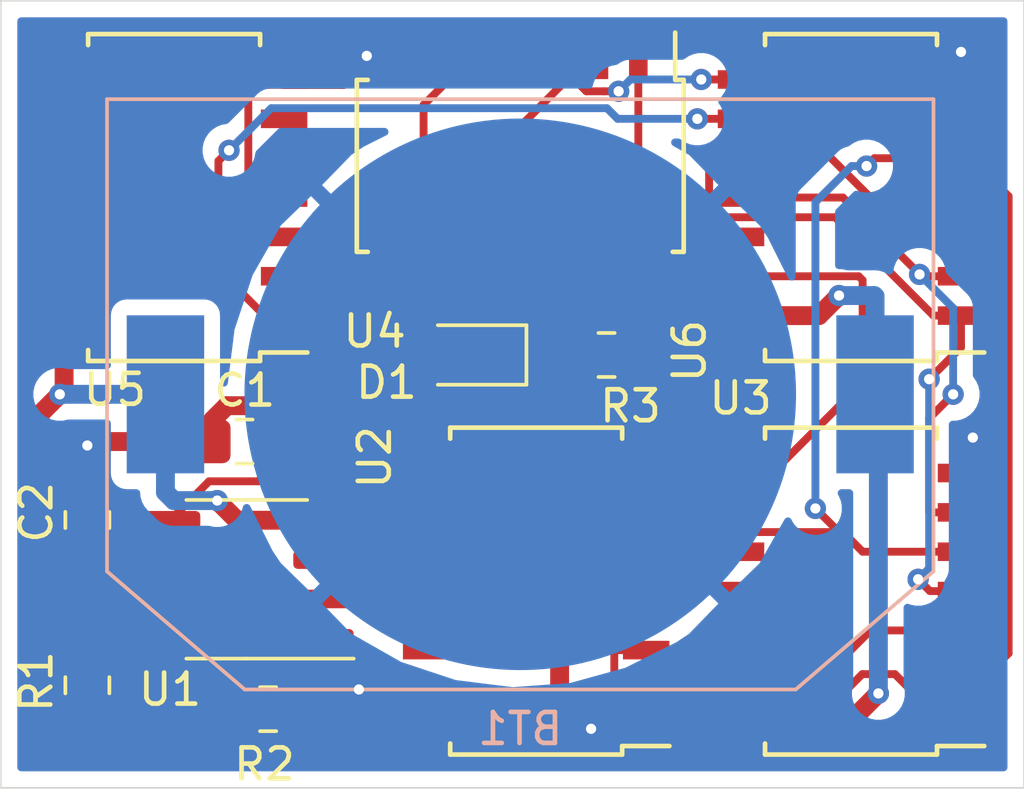
<source format=kicad_pcb>
(kicad_pcb (version 20171130) (host pcbnew 5.1.5)

  (general
    (thickness 1.6)
    (drawings 5)
    (tracks 262)
    (zones 0)
    (modules 13)
    (nets 23)
  )

  (page A4)
  (layers
    (0 F.Cu signal)
    (31 B.Cu signal)
    (32 B.Adhes user)
    (33 F.Adhes user)
    (34 B.Paste user)
    (35 F.Paste user)
    (36 B.SilkS user)
    (37 F.SilkS user)
    (38 B.Mask user)
    (39 F.Mask user)
    (40 Dwgs.User user)
    (41 Cmts.User user)
    (42 Eco1.User user)
    (43 Eco2.User user)
    (44 Edge.Cuts user)
    (45 Margin user)
    (46 B.CrtYd user)
    (47 F.CrtYd user)
    (48 B.Fab user hide)
    (49 F.Fab user hide)
  )

  (setup
    (last_trace_width 0.254)
    (user_trace_width 0.6096)
    (trace_clearance 0.1524)
    (zone_clearance 0.508)
    (zone_45_only no)
    (trace_min 0.254)
    (via_size 0.6858)
    (via_drill 0.3302)
    (via_min_size 0.6858)
    (via_min_drill 0.3302)
    (uvia_size 0.3)
    (uvia_drill 0.1)
    (uvias_allowed no)
    (uvia_min_size 0.2)
    (uvia_min_drill 0.1)
    (edge_width 0.05)
    (segment_width 0.2)
    (pcb_text_width 0.3)
    (pcb_text_size 1.5 1.5)
    (mod_edge_width 0.12)
    (mod_text_size 1 1)
    (mod_text_width 0.15)
    (pad_size 1.524 1.524)
    (pad_drill 0.762)
    (pad_to_mask_clearance 0.051)
    (solder_mask_min_width 0.25)
    (aux_axis_origin 0 0)
    (visible_elements FFFFFF7F)
    (pcbplotparams
      (layerselection 0x010fc_ffffffff)
      (usegerberextensions false)
      (usegerberattributes false)
      (usegerberadvancedattributes false)
      (creategerberjobfile false)
      (excludeedgelayer true)
      (linewidth 0.100000)
      (plotframeref false)
      (viasonmask false)
      (mode 1)
      (useauxorigin false)
      (hpglpennumber 1)
      (hpglpenspeed 20)
      (hpglpendiameter 15.000000)
      (psnegative false)
      (psa4output false)
      (plotreference true)
      (plotvalue true)
      (plotinvisibletext false)
      (padsonsilk false)
      (subtractmaskfromsilk false)
      (outputformat 1)
      (mirror false)
      (drillshape 1)
      (scaleselection 1)
      (outputdirectory ""))
  )

  (net 0 "")
  (net 1 GND)
  (net 2 VDD)
  (net 3 N$1)
  (net 4 N$2)
  (net 5 N$20)
  (net 6 N$19)
  (net 7 N$3)
  (net 8 N$4)
  (net 9 N$7)
  (net 10 N$5)
  (net 11 N$9)
  (net 12 N$11)
  (net 13 N$6)
  (net 14 N$8)
  (net 15 N$10)
  (net 16 N$12)
  (net 17 N$18)
  (net 18 N$16)
  (net 19 N$13)
  (net 20 N$17)
  (net 21 N$15)
  (net 22 N$14)

  (net_class Default "This is the default net class."
    (clearance 0.1524)
    (trace_width 0.254)
    (via_dia 0.6858)
    (via_drill 0.3302)
    (uvia_dia 0.3)
    (uvia_drill 0.1)
    (diff_pair_width 0.254)
    (diff_pair_gap 0.254)
    (add_net GND)
    (add_net N$1)
    (add_net N$10)
    (add_net N$11)
    (add_net N$12)
    (add_net N$13)
    (add_net N$14)
    (add_net N$15)
    (add_net N$16)
    (add_net N$17)
    (add_net N$18)
    (add_net N$19)
    (add_net N$2)
    (add_net N$20)
    (add_net N$3)
    (add_net N$4)
    (add_net N$5)
    (add_net N$6)
    (add_net N$7)
    (add_net N$8)
    (add_net N$9)
    (add_net VDD)
  )

  (module morse-blinky:BatteryHolder_LINK_BAT-HLD-001-SMT (layer B.Cu) (tedit 5E3E6D58) (tstamp 5E6EFD2C)
    (at 143.51 128.27)
    (path /top/15723723613493868077)
    (fp_text reference BT1 (at 0 10.795) (layer B.SilkS)
      (effects (font (size 1 1) (thickness 0.15)) (justify mirror))
    )
    (fp_text value 9V (at 0 -10.795) (layer B.Fab)
      (effects (font (size 1 1) (thickness 0.15)) (justify mirror))
    )
    (fp_line (start 13.335 -9.525) (end 13.335 5.715) (layer B.SilkS) (width 0.12))
    (fp_line (start 13.335 5.715) (end 8.89 9.525) (layer B.SilkS) (width 0.12))
    (fp_line (start 8.89 9.525) (end -8.89 9.525) (layer B.SilkS) (width 0.12))
    (fp_line (start -8.89 9.525) (end -13.335 5.715) (layer B.SilkS) (width 0.12))
    (fp_line (start -13.335 5.715) (end -13.335 -9.525) (layer B.SilkS) (width 0.12))
    (fp_line (start -13.335 -9.525) (end 13.335 -9.525) (layer B.SilkS) (width 0.12))
    (pad 2 smd circle (at 0 0) (size 17.8 17.8) (layers B.Cu B.Paste B.Mask)
      (net 1 GND))
    (pad 1 smd rect (at -11.45 0) (size 2.5 5.1) (layers B.Cu B.Paste B.Mask)
      (net 2 VDD))
    (pad 1 smd rect (at 11.45 0) (size 2.5 5.1) (layers B.Cu B.Paste B.Mask)
      (net 2 VDD))
  )

  (module morse-blinky:C_0805_2012Metric_Pad1.15x1.40mm_HandSolder (layer F.Cu) (tedit 5B36C52B) (tstamp 5E6EE708)
    (at 134.611 129.794 180)
    (descr "Capacitor SMD 0805 (2012 Metric), square (rectangular) end terminal, IPC_7351 nominal with elongated pad for handsoldering. (Body size source: https://docs.google.com/spreadsheets/d/1BsfQQcO9C6DZCsRaXUlFlo91Tg2WpOkGARC1WS5S8t0/edit?usp=sharing), generated with kicad-footprint-generator")
    (tags "capacitor handsolder")
    (path /top/10483581117088911391)
    (attr smd)
    (fp_text reference C1 (at -0.009 1.651) (layer F.SilkS)
      (effects (font (size 1 1) (thickness 0.15)))
    )
    (fp_text value 100n (at 0 1.65) (layer F.Fab)
      (effects (font (size 1 1) (thickness 0.15)))
    )
    (fp_line (start -1 0.6) (end -1 -0.6) (layer F.Fab) (width 0.1))
    (fp_line (start -1 -0.6) (end 1 -0.6) (layer F.Fab) (width 0.1))
    (fp_line (start 1 -0.6) (end 1 0.6) (layer F.Fab) (width 0.1))
    (fp_line (start 1 0.6) (end -1 0.6) (layer F.Fab) (width 0.1))
    (fp_line (start -0.261252 -0.71) (end 0.261252 -0.71) (layer F.SilkS) (width 0.12))
    (fp_line (start -0.261252 0.71) (end 0.261252 0.71) (layer F.SilkS) (width 0.12))
    (fp_line (start -1.85 0.95) (end -1.85 -0.95) (layer F.CrtYd) (width 0.05))
    (fp_line (start -1.85 -0.95) (end 1.85 -0.95) (layer F.CrtYd) (width 0.05))
    (fp_line (start 1.85 -0.95) (end 1.85 0.95) (layer F.CrtYd) (width 0.05))
    (fp_line (start 1.85 0.95) (end -1.85 0.95) (layer F.CrtYd) (width 0.05))
    (fp_text user %R (at 0 0) (layer F.Fab)
      (effects (font (size 0.5 0.5) (thickness 0.08)))
    )
    (pad 1 smd roundrect (at -1.025 0 180) (size 1.15 1.4) (layers F.Cu F.Paste F.Mask) (roundrect_rratio 0.217391)
      (net 3 N$1))
    (pad 2 smd roundrect (at 1.025 0 180) (size 1.15 1.4) (layers F.Cu F.Paste F.Mask) (roundrect_rratio 0.217391)
      (net 1 GND))
    (model ${KISYS3DMOD}/Capacitor_SMD.3dshapes/C_0805_2012Metric.wrl
      (at (xyz 0 0 0))
      (scale (xyz 1 1 1))
      (rotate (xyz 0 0 0))
    )
  )

  (module morse-blinky:C_0805_2012Metric_Pad1.15x1.40mm_HandSolder (layer F.Cu) (tedit 5B36C52B) (tstamp 5E6EE719)
    (at 129.54 132.325 270)
    (descr "Capacitor SMD 0805 (2012 Metric), square (rectangular) end terminal, IPC_7351 nominal with elongated pad for handsoldering. (Body size source: https://docs.google.com/spreadsheets/d/1BsfQQcO9C6DZCsRaXUlFlo91Tg2WpOkGARC1WS5S8t0/edit?usp=sharing), generated with kicad-footprint-generator")
    (tags "capacitor handsolder")
    (path /top/3724079044274398713)
    (attr smd)
    (fp_text reference C2 (at -0.245 1.651 90) (layer F.SilkS)
      (effects (font (size 1 1) (thickness 0.15)))
    )
    (fp_text value 1U (at 0 1.65 90) (layer F.Fab)
      (effects (font (size 1 1) (thickness 0.15)))
    )
    (fp_text user %R (at 0 0 90) (layer F.Fab)
      (effects (font (size 0.5 0.5) (thickness 0.08)))
    )
    (fp_line (start 1.85 0.95) (end -1.85 0.95) (layer F.CrtYd) (width 0.05))
    (fp_line (start 1.85 -0.95) (end 1.85 0.95) (layer F.CrtYd) (width 0.05))
    (fp_line (start -1.85 -0.95) (end 1.85 -0.95) (layer F.CrtYd) (width 0.05))
    (fp_line (start -1.85 0.95) (end -1.85 -0.95) (layer F.CrtYd) (width 0.05))
    (fp_line (start -0.261252 0.71) (end 0.261252 0.71) (layer F.SilkS) (width 0.12))
    (fp_line (start -0.261252 -0.71) (end 0.261252 -0.71) (layer F.SilkS) (width 0.12))
    (fp_line (start 1 0.6) (end -1 0.6) (layer F.Fab) (width 0.1))
    (fp_line (start 1 -0.6) (end 1 0.6) (layer F.Fab) (width 0.1))
    (fp_line (start -1 -0.6) (end 1 -0.6) (layer F.Fab) (width 0.1))
    (fp_line (start -1 0.6) (end -1 -0.6) (layer F.Fab) (width 0.1))
    (pad 2 smd roundrect (at 1.025 0 270) (size 1.15 1.4) (layers F.Cu F.Paste F.Mask) (roundrect_rratio 0.217391)
      (net 4 N$2))
    (pad 1 smd roundrect (at -1.025 0 270) (size 1.15 1.4) (layers F.Cu F.Paste F.Mask) (roundrect_rratio 0.217391)
      (net 1 GND))
    (model ${KISYS3DMOD}/Capacitor_SMD.3dshapes/C_0805_2012Metric.wrl
      (at (xyz 0 0 0))
      (scale (xyz 1 1 1))
      (rotate (xyz 0 0 0))
    )
  )

  (module morse-blinky:LED_0805_2012Metric_Pad1.15x1.40mm_HandSolder (layer F.Cu) (tedit 5B4B45C9) (tstamp 5E6EE72C)
    (at 141.85 127 180)
    (descr "LED SMD 0805 (2012 Metric), square (rectangular) end terminal, IPC_7351 nominal, (Body size source: https://docs.google.com/spreadsheets/d/1BsfQQcO9C6DZCsRaXUlFlo91Tg2WpOkGARC1WS5S8t0/edit?usp=sharing), generated with kicad-footprint-generator")
    (tags "LED handsolder")
    (path /top/15254647588904400091)
    (attr smd)
    (fp_text reference D1 (at 2.658 -0.889) (layer F.SilkS)
      (effects (font (size 1 1) (thickness 0.15)))
    )
    (fp_text value LED (at 0 1.65) (layer F.Fab)
      (effects (font (size 1 1) (thickness 0.15)))
    )
    (fp_line (start 1 -0.6) (end -0.7 -0.6) (layer F.Fab) (width 0.1))
    (fp_line (start -0.7 -0.6) (end -1 -0.3) (layer F.Fab) (width 0.1))
    (fp_line (start -1 -0.3) (end -1 0.6) (layer F.Fab) (width 0.1))
    (fp_line (start -1 0.6) (end 1 0.6) (layer F.Fab) (width 0.1))
    (fp_line (start 1 0.6) (end 1 -0.6) (layer F.Fab) (width 0.1))
    (fp_line (start 1 -0.96) (end -1.86 -0.96) (layer F.SilkS) (width 0.12))
    (fp_line (start -1.86 -0.96) (end -1.86 0.96) (layer F.SilkS) (width 0.12))
    (fp_line (start -1.86 0.96) (end 1 0.96) (layer F.SilkS) (width 0.12))
    (fp_line (start -1.85 0.95) (end -1.85 -0.95) (layer F.CrtYd) (width 0.05))
    (fp_line (start -1.85 -0.95) (end 1.85 -0.95) (layer F.CrtYd) (width 0.05))
    (fp_line (start 1.85 -0.95) (end 1.85 0.95) (layer F.CrtYd) (width 0.05))
    (fp_line (start 1.85 0.95) (end -1.85 0.95) (layer F.CrtYd) (width 0.05))
    (fp_text user %R (at 0 0) (layer F.Fab)
      (effects (font (size 0.5 0.5) (thickness 0.08)))
    )
    (pad 1 smd roundrect (at -1.025 0 180) (size 1.15 1.4) (layers F.Cu F.Paste F.Mask) (roundrect_rratio 0.217391)
      (net 5 N$20))
    (pad 2 smd roundrect (at 1.025 0 180) (size 1.15 1.4) (layers F.Cu F.Paste F.Mask) (roundrect_rratio 0.217391)
      (net 6 N$19))
    (model ${KISYS3DMOD}/LED_SMD.3dshapes/LED_0805_2012Metric.wrl
      (at (xyz 0 0 0))
      (scale (xyz 1 1 1))
      (rotate (xyz 0 0 0))
    )
  )

  (module morse-blinky:R_0805_2012Metric_Pad1.15x1.40mm_HandSolder (layer F.Cu) (tedit 5B36C52B) (tstamp 5E6EE73D)
    (at 129.54 137.659 270)
    (descr "Resistor SMD 0805 (2012 Metric), square (rectangular) end terminal, IPC_7351 nominal with elongated pad for handsoldering. (Body size source: https://docs.google.com/spreadsheets/d/1BsfQQcO9C6DZCsRaXUlFlo91Tg2WpOkGARC1WS5S8t0/edit?usp=sharing), generated with kicad-footprint-generator")
    (tags "resistor handsolder")
    (path /top/15866732754502447451)
    (attr smd)
    (fp_text reference R1 (at -0.118 1.651 90) (layer F.SilkS)
      (effects (font (size 1 1) (thickness 0.15)))
    )
    (fp_text value 56K (at 0 1.65 90) (layer F.Fab)
      (effects (font (size 1 1) (thickness 0.15)))
    )
    (fp_line (start -1 0.6) (end -1 -0.6) (layer F.Fab) (width 0.1))
    (fp_line (start -1 -0.6) (end 1 -0.6) (layer F.Fab) (width 0.1))
    (fp_line (start 1 -0.6) (end 1 0.6) (layer F.Fab) (width 0.1))
    (fp_line (start 1 0.6) (end -1 0.6) (layer F.Fab) (width 0.1))
    (fp_line (start -0.261252 -0.71) (end 0.261252 -0.71) (layer F.SilkS) (width 0.12))
    (fp_line (start -0.261252 0.71) (end 0.261252 0.71) (layer F.SilkS) (width 0.12))
    (fp_line (start -1.85 0.95) (end -1.85 -0.95) (layer F.CrtYd) (width 0.05))
    (fp_line (start -1.85 -0.95) (end 1.85 -0.95) (layer F.CrtYd) (width 0.05))
    (fp_line (start 1.85 -0.95) (end 1.85 0.95) (layer F.CrtYd) (width 0.05))
    (fp_line (start 1.85 0.95) (end -1.85 0.95) (layer F.CrtYd) (width 0.05))
    (fp_text user %R (at 0 0 90) (layer F.Fab)
      (effects (font (size 0.5 0.5) (thickness 0.08)))
    )
    (pad 1 smd roundrect (at -1.025 0 270) (size 1.15 1.4) (layers F.Cu F.Paste F.Mask) (roundrect_rratio 0.217391)
      (net 7 N$3))
    (pad 2 smd roundrect (at 1.025 0 270) (size 1.15 1.4) (layers F.Cu F.Paste F.Mask) (roundrect_rratio 0.217391)
      (net 2 VDD))
    (model ${KISYS3DMOD}/Resistor_SMD.3dshapes/R_0805_2012Metric.wrl
      (at (xyz 0 0 0))
      (scale (xyz 1 1 1))
      (rotate (xyz 0 0 0))
    )
  )

  (module morse-blinky:R_0805_2012Metric_Pad1.15x1.40mm_HandSolder (layer F.Cu) (tedit 5B36C52B) (tstamp 5E6EE74E)
    (at 135.373 138.43 180)
    (descr "Resistor SMD 0805 (2012 Metric), square (rectangular) end terminal, IPC_7351 nominal with elongated pad for handsoldering. (Body size source: https://docs.google.com/spreadsheets/d/1BsfQQcO9C6DZCsRaXUlFlo91Tg2WpOkGARC1WS5S8t0/edit?usp=sharing), generated with kicad-footprint-generator")
    (tags "resistor handsolder")
    (path /top/3964507301959016108)
    (attr smd)
    (fp_text reference R2 (at 0.118 -1.778) (layer F.SilkS)
      (effects (font (size 1 1) (thickness 0.15)))
    )
    (fp_text value 56K (at 0 1.65) (layer F.Fab)
      (effects (font (size 1 1) (thickness 0.15)))
    )
    (fp_text user %R (at 0 0) (layer F.Fab)
      (effects (font (size 0.5 0.5) (thickness 0.08)))
    )
    (fp_line (start 1.85 0.95) (end -1.85 0.95) (layer F.CrtYd) (width 0.05))
    (fp_line (start 1.85 -0.95) (end 1.85 0.95) (layer F.CrtYd) (width 0.05))
    (fp_line (start -1.85 -0.95) (end 1.85 -0.95) (layer F.CrtYd) (width 0.05))
    (fp_line (start -1.85 0.95) (end -1.85 -0.95) (layer F.CrtYd) (width 0.05))
    (fp_line (start -0.261252 0.71) (end 0.261252 0.71) (layer F.SilkS) (width 0.12))
    (fp_line (start -0.261252 -0.71) (end 0.261252 -0.71) (layer F.SilkS) (width 0.12))
    (fp_line (start 1 0.6) (end -1 0.6) (layer F.Fab) (width 0.1))
    (fp_line (start 1 -0.6) (end 1 0.6) (layer F.Fab) (width 0.1))
    (fp_line (start -1 -0.6) (end 1 -0.6) (layer F.Fab) (width 0.1))
    (fp_line (start -1 0.6) (end -1 -0.6) (layer F.Fab) (width 0.1))
    (pad 2 smd roundrect (at 1.025 0 180) (size 1.15 1.4) (layers F.Cu F.Paste F.Mask) (roundrect_rratio 0.217391)
      (net 7 N$3))
    (pad 1 smd roundrect (at -1.025 0 180) (size 1.15 1.4) (layers F.Cu F.Paste F.Mask) (roundrect_rratio 0.217391)
      (net 4 N$2))
    (model ${KISYS3DMOD}/Resistor_SMD.3dshapes/R_0805_2012Metric.wrl
      (at (xyz 0 0 0))
      (scale (xyz 1 1 1))
      (rotate (xyz 0 0 0))
    )
  )

  (module morse-blinky:R_0805_2012Metric_Pad1.15x1.40mm_HandSolder (layer F.Cu) (tedit 5B36C52B) (tstamp 5E6EE75F)
    (at 146.295 127)
    (descr "Resistor SMD 0805 (2012 Metric), square (rectangular) end terminal, IPC_7351 nominal with elongated pad for handsoldering. (Body size source: https://docs.google.com/spreadsheets/d/1BsfQQcO9C6DZCsRaXUlFlo91Tg2WpOkGARC1WS5S8t0/edit?usp=sharing), generated with kicad-footprint-generator")
    (tags "resistor handsolder")
    (path /top/766704325975544598)
    (attr smd)
    (fp_text reference R3 (at 0.771 1.651) (layer F.SilkS)
      (effects (font (size 1 1) (thickness 0.15)))
    )
    (fp_text value 56 (at 0 1.65) (layer F.Fab)
      (effects (font (size 1 1) (thickness 0.15)))
    )
    (fp_line (start -1 0.6) (end -1 -0.6) (layer F.Fab) (width 0.1))
    (fp_line (start -1 -0.6) (end 1 -0.6) (layer F.Fab) (width 0.1))
    (fp_line (start 1 -0.6) (end 1 0.6) (layer F.Fab) (width 0.1))
    (fp_line (start 1 0.6) (end -1 0.6) (layer F.Fab) (width 0.1))
    (fp_line (start -0.261252 -0.71) (end 0.261252 -0.71) (layer F.SilkS) (width 0.12))
    (fp_line (start -0.261252 0.71) (end 0.261252 0.71) (layer F.SilkS) (width 0.12))
    (fp_line (start -1.85 0.95) (end -1.85 -0.95) (layer F.CrtYd) (width 0.05))
    (fp_line (start -1.85 -0.95) (end 1.85 -0.95) (layer F.CrtYd) (width 0.05))
    (fp_line (start 1.85 -0.95) (end 1.85 0.95) (layer F.CrtYd) (width 0.05))
    (fp_line (start 1.85 0.95) (end -1.85 0.95) (layer F.CrtYd) (width 0.05))
    (fp_text user %R (at 0 0) (layer F.Fab)
      (effects (font (size 0.5 0.5) (thickness 0.08)))
    )
    (pad 1 smd roundrect (at -1.025 0) (size 1.15 1.4) (layers F.Cu F.Paste F.Mask) (roundrect_rratio 0.217391)
      (net 5 N$20))
    (pad 2 smd roundrect (at 1.025 0) (size 1.15 1.4) (layers F.Cu F.Paste F.Mask) (roundrect_rratio 0.217391)
      (net 1 GND))
    (model ${KISYS3DMOD}/Resistor_SMD.3dshapes/R_0805_2012Metric.wrl
      (at (xyz 0 0 0))
      (scale (xyz 1 1 1))
      (rotate (xyz 0 0 0))
    )
  )

  (module morse-blinky:SOIC-8_3.9x4.9mm_P1.27mm (layer F.Cu) (tedit 5D9F72B1) (tstamp 5E6EE779)
    (at 134.685 134.239 180)
    (descr "SOIC, 8 Pin (JEDEC MS-012AA, https://www.analog.com/media/en/package-pcb-resources/package/pkg_pdf/soic_narrow-r/r_8.pdf), generated with kicad-footprint-generator ipc_gullwing_generator.py")
    (tags "SOIC SO")
    (path /top/6401101876337244451)
    (attr smd)
    (fp_text reference U1 (at 2.478 -3.556) (layer F.SilkS)
      (effects (font (size 1 1) (thickness 0.15)))
    )
    (fp_text value 7555 (at 0 3.4) (layer F.Fab)
      (effects (font (size 1 1) (thickness 0.15)))
    )
    (fp_line (start 0 2.56) (end 1.95 2.56) (layer F.SilkS) (width 0.12))
    (fp_line (start 0 2.56) (end -1.95 2.56) (layer F.SilkS) (width 0.12))
    (fp_line (start 0 -2.56) (end 1.95 -2.56) (layer F.SilkS) (width 0.12))
    (fp_line (start 0 -2.56) (end -3.45 -2.56) (layer F.SilkS) (width 0.12))
    (fp_line (start -0.975 -2.45) (end 1.95 -2.45) (layer F.Fab) (width 0.1))
    (fp_line (start 1.95 -2.45) (end 1.95 2.45) (layer F.Fab) (width 0.1))
    (fp_line (start 1.95 2.45) (end -1.95 2.45) (layer F.Fab) (width 0.1))
    (fp_line (start -1.95 2.45) (end -1.95 -1.475) (layer F.Fab) (width 0.1))
    (fp_line (start -1.95 -1.475) (end -0.975 -2.45) (layer F.Fab) (width 0.1))
    (fp_line (start -3.7 -2.7) (end -3.7 2.7) (layer F.CrtYd) (width 0.05))
    (fp_line (start -3.7 2.7) (end 3.7 2.7) (layer F.CrtYd) (width 0.05))
    (fp_line (start 3.7 2.7) (end 3.7 -2.7) (layer F.CrtYd) (width 0.05))
    (fp_line (start 3.7 -2.7) (end -3.7 -2.7) (layer F.CrtYd) (width 0.05))
    (fp_text user %R (at 0 0) (layer F.Fab)
      (effects (font (size 0.98 0.98) (thickness 0.15)))
    )
    (pad 1 smd roundrect (at -2.475 -1.905 180) (size 1.95 0.6) (layers F.Cu F.Paste F.Mask) (roundrect_rratio 0.25)
      (net 1 GND))
    (pad 2 smd roundrect (at -2.475 -0.635 180) (size 1.95 0.6) (layers F.Cu F.Paste F.Mask) (roundrect_rratio 0.25)
      (net 4 N$2))
    (pad 3 smd roundrect (at -2.475 0.635 180) (size 1.95 0.6) (layers F.Cu F.Paste F.Mask) (roundrect_rratio 0.25)
      (net 8 N$4))
    (pad 4 smd roundrect (at -2.475 1.905 180) (size 1.95 0.6) (layers F.Cu F.Paste F.Mask) (roundrect_rratio 0.25)
      (net 2 VDD))
    (pad 5 smd roundrect (at 2.475 1.905 180) (size 1.95 0.6) (layers F.Cu F.Paste F.Mask) (roundrect_rratio 0.25)
      (net 3 N$1))
    (pad 6 smd roundrect (at 2.475 0.635 180) (size 1.95 0.6) (layers F.Cu F.Paste F.Mask) (roundrect_rratio 0.25)
      (net 4 N$2))
    (pad 7 smd roundrect (at 2.475 -0.635 180) (size 1.95 0.6) (layers F.Cu F.Paste F.Mask) (roundrect_rratio 0.25)
      (net 7 N$3))
    (pad 8 smd roundrect (at 2.475 -1.905 180) (size 1.95 0.6) (layers F.Cu F.Paste F.Mask) (roundrect_rratio 0.25)
      (net 2 VDD))
    (model ${KISYS3DMOD}/Package_SO.3dshapes/SOIC-8_3.9x4.9mm_P1.27mm.wrl
      (at (xyz 0 0 0))
      (scale (xyz 1 1 1))
      (rotate (xyz 0 0 0))
    )
  )

  (module morse-blinky:SOIC-16W_5.3x10.2mm_P1.27mm (layer F.Cu) (tedit 5A02F2D3) (tstamp 5E6EE79E)
    (at 144.024 134.62 180)
    (descr "16-Lead Plastic Small Outline (SO) - Wide, 5.3 mm Body (http://www.ti.com/lit/ml/msop002a/msop002a.pdf)")
    (tags "SOIC 1.27")
    (path /top/4604869440260439631)
    (attr smd)
    (fp_text reference U2 (at 5.213 4.318 90) (layer F.SilkS)
      (effects (font (size 1 1) (thickness 0.15)))
    )
    (fp_text value 74HC193 (at 0 6.2) (layer F.Fab)
      (effects (font (size 1 1) (thickness 0.15)))
    )
    (fp_text user %R (at 0 0) (layer F.Fab)
      (effects (font (size 1 1) (thickness 0.15)))
    )
    (fp_line (start -1.65 -5.1) (end 2.65 -5.1) (layer F.Fab) (width 0.15))
    (fp_line (start 2.65 -5.1) (end 2.65 5.1) (layer F.Fab) (width 0.15))
    (fp_line (start 2.65 5.1) (end -2.65 5.1) (layer F.Fab) (width 0.15))
    (fp_line (start -2.65 5.1) (end -2.65 -4.1) (layer F.Fab) (width 0.15))
    (fp_line (start -2.65 -4.1) (end -1.65 -5.1) (layer F.Fab) (width 0.15))
    (fp_line (start -4.55 -5.45) (end -4.55 5.45) (layer F.CrtYd) (width 0.05))
    (fp_line (start 4.55 -5.45) (end 4.55 5.45) (layer F.CrtYd) (width 0.05))
    (fp_line (start -4.55 -5.45) (end 4.55 -5.45) (layer F.CrtYd) (width 0.05))
    (fp_line (start -4.55 5.45) (end 4.55 5.45) (layer F.CrtYd) (width 0.05))
    (fp_line (start -2.775 -5.275) (end -2.775 -5) (layer F.SilkS) (width 0.15))
    (fp_line (start 2.775 -5.275) (end 2.775 -4.92) (layer F.SilkS) (width 0.15))
    (fp_line (start 2.775 5.275) (end 2.775 4.92) (layer F.SilkS) (width 0.15))
    (fp_line (start -2.775 5.275) (end -2.775 4.92) (layer F.SilkS) (width 0.15))
    (fp_line (start -2.775 -5.275) (end 2.775 -5.275) (layer F.SilkS) (width 0.15))
    (fp_line (start -2.775 5.275) (end 2.775 5.275) (layer F.SilkS) (width 0.15))
    (fp_line (start -2.775 -5) (end -4.3 -5) (layer F.SilkS) (width 0.15))
    (pad 1 smd rect (at -3.55 -4.445 180) (size 1.5 0.6) (layers F.Cu F.Paste F.Mask)
      (net 1 GND))
    (pad 2 smd rect (at -3.55 -3.175 180) (size 1.5 0.6) (layers F.Cu F.Paste F.Mask)
      (net 9 N$7))
    (pad 3 smd rect (at -3.55 -1.905 180) (size 1.5 0.6) (layers F.Cu F.Paste F.Mask)
      (net 10 N$5))
    (pad 4 smd rect (at -3.55 -0.635 180) (size 1.5 0.6) (layers F.Cu F.Paste F.Mask)
      (net 2 VDD))
    (pad 5 smd rect (at -3.55 0.635 180) (size 1.5 0.6) (layers F.Cu F.Paste F.Mask)
      (net 8 N$4))
    (pad 6 smd rect (at -3.55 1.905 180) (size 1.5 0.6) (layers F.Cu F.Paste F.Mask)
      (net 11 N$9))
    (pad 7 smd rect (at -3.55 3.175 180) (size 1.5 0.6) (layers F.Cu F.Paste F.Mask)
      (net 12 N$11))
    (pad 8 smd rect (at -3.55 4.445 180) (size 1.5 0.6) (layers F.Cu F.Paste F.Mask)
      (net 1 GND))
    (pad 9 smd rect (at 3.55 4.445 180) (size 1.5 0.6) (layers F.Cu F.Paste F.Mask)
      (net 1 GND))
    (pad 10 smd rect (at 3.55 3.175 180) (size 1.5 0.6) (layers F.Cu F.Paste F.Mask)
      (net 1 GND))
    (pad 11 smd rect (at 3.55 1.905 180) (size 1.5 0.6) (layers F.Cu F.Paste F.Mask)
      (net 2 VDD))
    (pad 12 smd rect (at 3.55 0.635 180) (size 1.5 0.6) (layers F.Cu F.Paste F.Mask))
    (pad 13 smd rect (at 3.55 -0.635 180) (size 1.5 0.6) (layers F.Cu F.Paste F.Mask))
    (pad 14 smd rect (at 3.55 -1.905 180) (size 1.5 0.6) (layers F.Cu F.Paste F.Mask))
    (pad 15 smd rect (at 3.55 -3.175 180) (size 1.5 0.6) (layers F.Cu F.Paste F.Mask)
      (net 1 GND))
    (pad 16 smd rect (at 3.55 -4.445 180) (size 1.5 0.6) (layers F.Cu F.Paste F.Mask)
      (net 2 VDD))
    (model ${KISYS3DMOD}/Package_SO.3dshapes/SOIC-16W_5.3x10.2mm_P1.27mm.wrl
      (at (xyz 0 0 0))
      (scale (xyz 1 1 1))
      (rotate (xyz 0 0 0))
    )
  )

  (module morse-blinky:SOIC-14W_5.3x10.2mm_P1.27mm (layer F.Cu) (tedit 5E6E8853) (tstamp 5E6EF2C4)
    (at 154.184 134.62 180)
    (descr "16-Lead Plastic Small Outline (SO) - Wide, 5.3 mm Body (http://www.ti.com/lit/ml/msop002a/msop002a.pdf)")
    (tags "SOIC 1.27")
    (path /top/2334458447560281689)
    (attr smd)
    (fp_text reference U3 (at 3.562 6.223) (layer F.SilkS)
      (effects (font (size 1 1) (thickness 0.15)))
    )
    (fp_text value 74HC04 (at 0 6.2) (layer F.Fab)
      (effects (font (size 1 1) (thickness 0.15)))
    )
    (fp_text user %R (at 0 0) (layer F.Fab)
      (effects (font (size 1 1) (thickness 0.15)))
    )
    (fp_line (start -1.65 -5.1) (end 2.65 -5.1) (layer F.Fab) (width 0.15))
    (fp_line (start 2.65 -5.1) (end 2.65 5.1) (layer F.Fab) (width 0.15))
    (fp_line (start 2.65 5.1) (end -2.65 5.1) (layer F.Fab) (width 0.15))
    (fp_line (start -2.65 5.1) (end -2.65 -4.1) (layer F.Fab) (width 0.15))
    (fp_line (start -2.65 -4.1) (end -1.65 -5.1) (layer F.Fab) (width 0.15))
    (fp_line (start -4.55 -5.45) (end -4.55 5.45) (layer F.CrtYd) (width 0.05))
    (fp_line (start 4.572 -5.461) (end 4.572 5.439) (layer F.CrtYd) (width 0.05))
    (fp_line (start -4.55 -5.45) (end 4.55 -5.45) (layer F.CrtYd) (width 0.05))
    (fp_line (start -4.55 5.45) (end 4.55 5.45) (layer F.CrtYd) (width 0.05))
    (fp_line (start -2.775 -5.275) (end -2.775 -5) (layer F.SilkS) (width 0.15))
    (fp_line (start 2.775 -5.275) (end 2.775 -4.92) (layer F.SilkS) (width 0.15))
    (fp_line (start 2.775 5.275) (end 2.775 4.92) (layer F.SilkS) (width 0.15))
    (fp_line (start -2.775 5.275) (end -2.775 4.92) (layer F.SilkS) (width 0.15))
    (fp_line (start -2.775 -5.275) (end 2.775 -5.275) (layer F.SilkS) (width 0.15))
    (fp_line (start -2.775 5.275) (end 2.775 5.275) (layer F.SilkS) (width 0.15))
    (fp_line (start -2.775 -5) (end -4.3 -5) (layer F.SilkS) (width 0.15))
    (pad 1 smd rect (at -3.55 -3.81 180) (size 1.5 0.6) (layers F.Cu F.Paste F.Mask)
      (net 10 N$5))
    (pad 2 smd rect (at -3.55 -2.54 180) (size 1.5 0.6) (layers F.Cu F.Paste F.Mask)
      (net 13 N$6))
    (pad 3 smd rect (at -3.55 -1.27 180) (size 1.5 0.6) (layers F.Cu F.Paste F.Mask)
      (net 9 N$7))
    (pad 4 smd rect (at -3.55 0 180) (size 1.5 0.6) (layers F.Cu F.Paste F.Mask)
      (net 14 N$8))
    (pad 5 smd rect (at -3.55 1.27 180) (size 1.5 0.6) (layers F.Cu F.Paste F.Mask)
      (net 11 N$9))
    (pad 6 smd rect (at -3.55 2.54 180) (size 1.5 0.6) (layers F.Cu F.Paste F.Mask)
      (net 15 N$10))
    (pad 7 smd rect (at -3.55 3.81 180) (size 1.5 0.6) (layers F.Cu F.Paste F.Mask)
      (net 1 GND))
    (pad 8 smd rect (at 3.55 3.81 180) (size 1.5 0.6) (layers F.Cu F.Paste F.Mask)
      (net 16 N$12))
    (pad 9 smd rect (at 3.55 2.54 180) (size 1.5 0.6) (layers F.Cu F.Paste F.Mask)
      (net 12 N$11))
    (pad 10 smd rect (at 3.55 1.27 180) (size 1.5 0.6) (layers F.Cu F.Paste F.Mask))
    (pad 11 smd rect (at 3.55 0 180) (size 1.5 0.6) (layers F.Cu F.Paste F.Mask))
    (pad 12 smd rect (at 3.55 -1.27 180) (size 1.5 0.6) (layers F.Cu F.Paste F.Mask))
    (pad 13 smd rect (at 3.55 -2.54 180) (size 1.5 0.6) (layers F.Cu F.Paste F.Mask))
    (pad 14 smd rect (at 3.55 -3.81 180) (size 1.5 0.6) (layers F.Cu F.Paste F.Mask)
      (net 2 VDD))
    (model ${KISYS3DMOD}/Package_SO.3dshapes/SOIC-16W_5.3x10.2mm_P1.27mm.wrl
      (at (xyz 0 0 0))
      (scale (xyz 1 1 1))
      (rotate (xyz 0 0 0))
    )
  )

  (module morse-blinky:SOIC-14W_5.3x10.2mm_P1.27mm (layer F.Cu) (tedit 5E6E8853) (tstamp 5E6EE7E4)
    (at 143.51 120.898 270)
    (descr "16-Lead Plastic Small Outline (SO) - Wide, 5.3 mm Body (http://www.ti.com/lit/ml/msop002a/msop002a.pdf)")
    (tags "SOIC 1.27")
    (path /top/7105891985871406366)
    (attr smd)
    (fp_text reference U4 (at 5.34 4.699) (layer F.SilkS)
      (effects (font (size 1 1) (thickness 0.15)))
    )
    (fp_text value 74HC32 (at 0 6.2 90) (layer F.Fab)
      (effects (font (size 1 1) (thickness 0.15)))
    )
    (fp_line (start -2.775 -5) (end -4.3 -5) (layer F.SilkS) (width 0.15))
    (fp_line (start -2.775 5.275) (end 2.775 5.275) (layer F.SilkS) (width 0.15))
    (fp_line (start -2.775 -5.275) (end 2.775 -5.275) (layer F.SilkS) (width 0.15))
    (fp_line (start -2.775 5.275) (end -2.775 4.92) (layer F.SilkS) (width 0.15))
    (fp_line (start 2.775 5.275) (end 2.775 4.92) (layer F.SilkS) (width 0.15))
    (fp_line (start 2.775 -5.275) (end 2.775 -4.92) (layer F.SilkS) (width 0.15))
    (fp_line (start -2.775 -5.275) (end -2.775 -5) (layer F.SilkS) (width 0.15))
    (fp_line (start -4.55 5.45) (end 4.55 5.45) (layer F.CrtYd) (width 0.05))
    (fp_line (start -4.55 -5.45) (end 4.55 -5.45) (layer F.CrtYd) (width 0.05))
    (fp_line (start 4.572 -5.461) (end 4.572 5.439) (layer F.CrtYd) (width 0.05))
    (fp_line (start -4.55 -5.45) (end -4.55 5.45) (layer F.CrtYd) (width 0.05))
    (fp_line (start -2.65 -4.1) (end -1.65 -5.1) (layer F.Fab) (width 0.15))
    (fp_line (start -2.65 5.1) (end -2.65 -4.1) (layer F.Fab) (width 0.15))
    (fp_line (start 2.65 5.1) (end -2.65 5.1) (layer F.Fab) (width 0.15))
    (fp_line (start 2.65 -5.1) (end 2.65 5.1) (layer F.Fab) (width 0.15))
    (fp_line (start -1.65 -5.1) (end 2.65 -5.1) (layer F.Fab) (width 0.15))
    (fp_text user %R (at 0 0 90) (layer F.Fab)
      (effects (font (size 1 1) (thickness 0.15)))
    )
    (pad 14 smd rect (at 3.55 -3.81 270) (size 1.5 0.6) (layers F.Cu F.Paste F.Mask)
      (net 2 VDD))
    (pad 13 smd rect (at 3.55 -2.54 270) (size 1.5 0.6) (layers F.Cu F.Paste F.Mask))
    (pad 12 smd rect (at 3.55 -1.27 270) (size 1.5 0.6) (layers F.Cu F.Paste F.Mask))
    (pad 11 smd rect (at 3.55 0 270) (size 1.5 0.6) (layers F.Cu F.Paste F.Mask))
    (pad 10 smd rect (at 3.55 1.27 270) (size 1.5 0.6) (layers F.Cu F.Paste F.Mask)
      (net 17 N$18))
    (pad 9 smd rect (at 3.55 2.54 270) (size 1.5 0.6) (layers F.Cu F.Paste F.Mask)
      (net 18 N$16))
    (pad 8 smd rect (at 3.55 3.81 270) (size 1.5 0.6) (layers F.Cu F.Paste F.Mask)
      (net 6 N$19))
    (pad 7 smd rect (at -3.55 3.81 270) (size 1.5 0.6) (layers F.Cu F.Paste F.Mask)
      (net 1 GND))
    (pad 6 smd rect (at -3.55 2.54 270) (size 1.5 0.6) (layers F.Cu F.Paste F.Mask)
      (net 17 N$18))
    (pad 5 smd rect (at -3.55 1.27 270) (size 1.5 0.6) (layers F.Cu F.Paste F.Mask)
      (net 19 N$13))
    (pad 4 smd rect (at -3.55 0 270) (size 1.5 0.6) (layers F.Cu F.Paste F.Mask)
      (net 20 N$17))
    (pad 3 smd rect (at -3.55 -1.27 270) (size 1.5 0.6) (layers F.Cu F.Paste F.Mask)
      (net 18 N$16))
    (pad 2 smd rect (at -3.55 -2.54 270) (size 1.5 0.6) (layers F.Cu F.Paste F.Mask)
      (net 21 N$15))
    (pad 1 smd rect (at -3.55 -3.81 270) (size 1.5 0.6) (layers F.Cu F.Paste F.Mask)
      (net 22 N$14))
    (model ${KISYS3DMOD}/Package_SO.3dshapes/SOIC-16W_5.3x10.2mm_P1.27mm.wrl
      (at (xyz 0 0 0))
      (scale (xyz 1 1 1))
      (rotate (xyz 0 0 0))
    )
  )

  (module morse-blinky:SOIC-14W_5.3x10.2mm_P1.27mm (layer F.Cu) (tedit 5E6E8853) (tstamp 5E6EE807)
    (at 132.34 121.92 180)
    (descr "16-Lead Plastic Small Outline (SO) - Wide, 5.3 mm Body (http://www.ti.com/lit/ml/msop002a/msop002a.pdf)")
    (tags "SOIC 1.27")
    (path /top/6847893776837382388)
    (attr smd)
    (fp_text reference U5 (at 1.911 -6.2) (layer F.SilkS)
      (effects (font (size 1 1) (thickness 0.15)))
    )
    (fp_text value 74HC08 (at 0 6.2) (layer F.Fab)
      (effects (font (size 1 1) (thickness 0.15)))
    )
    (fp_text user %R (at 0 0) (layer F.Fab)
      (effects (font (size 1 1) (thickness 0.15)))
    )
    (fp_line (start -1.65 -5.1) (end 2.65 -5.1) (layer F.Fab) (width 0.15))
    (fp_line (start 2.65 -5.1) (end 2.65 5.1) (layer F.Fab) (width 0.15))
    (fp_line (start 2.65 5.1) (end -2.65 5.1) (layer F.Fab) (width 0.15))
    (fp_line (start -2.65 5.1) (end -2.65 -4.1) (layer F.Fab) (width 0.15))
    (fp_line (start -2.65 -4.1) (end -1.65 -5.1) (layer F.Fab) (width 0.15))
    (fp_line (start -4.55 -5.45) (end -4.55 5.45) (layer F.CrtYd) (width 0.05))
    (fp_line (start 4.572 -5.461) (end 4.572 5.439) (layer F.CrtYd) (width 0.05))
    (fp_line (start -4.55 -5.45) (end 4.55 -5.45) (layer F.CrtYd) (width 0.05))
    (fp_line (start -4.55 5.45) (end 4.55 5.45) (layer F.CrtYd) (width 0.05))
    (fp_line (start -2.775 -5.275) (end -2.775 -5) (layer F.SilkS) (width 0.15))
    (fp_line (start 2.775 -5.275) (end 2.775 -4.92) (layer F.SilkS) (width 0.15))
    (fp_line (start 2.775 5.275) (end 2.775 4.92) (layer F.SilkS) (width 0.15))
    (fp_line (start -2.775 5.275) (end -2.775 4.92) (layer F.SilkS) (width 0.15))
    (fp_line (start -2.775 -5.275) (end 2.775 -5.275) (layer F.SilkS) (width 0.15))
    (fp_line (start -2.775 5.275) (end 2.775 5.275) (layer F.SilkS) (width 0.15))
    (fp_line (start -2.775 -5) (end -4.3 -5) (layer F.SilkS) (width 0.15))
    (pad 1 smd rect (at -3.55 -3.81 180) (size 1.5 0.6) (layers F.Cu F.Paste F.Mask)
      (net 13 N$6))
    (pad 2 smd rect (at -3.55 -2.54 180) (size 1.5 0.6) (layers F.Cu F.Paste F.Mask)
      (net 16 N$12))
    (pad 3 smd rect (at -3.55 -1.27 180) (size 1.5 0.6) (layers F.Cu F.Paste F.Mask)
      (net 19 N$13))
    (pad 4 smd rect (at -3.55 0 180) (size 1.5 0.6) (layers F.Cu F.Paste F.Mask))
    (pad 5 smd rect (at -3.55 1.27 180) (size 1.5 0.6) (layers F.Cu F.Paste F.Mask))
    (pad 6 smd rect (at -3.55 2.54 180) (size 1.5 0.6) (layers F.Cu F.Paste F.Mask))
    (pad 7 smd rect (at -3.55 3.81 180) (size 1.5 0.6) (layers F.Cu F.Paste F.Mask)
      (net 1 GND))
    (pad 8 smd rect (at 3.55 3.81 180) (size 1.5 0.6) (layers F.Cu F.Paste F.Mask))
    (pad 9 smd rect (at 3.55 2.54 180) (size 1.5 0.6) (layers F.Cu F.Paste F.Mask))
    (pad 10 smd rect (at 3.55 1.27 180) (size 1.5 0.6) (layers F.Cu F.Paste F.Mask))
    (pad 11 smd rect (at 3.55 0 180) (size 1.5 0.6) (layers F.Cu F.Paste F.Mask))
    (pad 12 smd rect (at 3.55 -1.27 180) (size 1.5 0.6) (layers F.Cu F.Paste F.Mask))
    (pad 13 smd rect (at 3.55 -2.54 180) (size 1.5 0.6) (layers F.Cu F.Paste F.Mask))
    (pad 14 smd rect (at 3.55 -3.81 180) (size 1.5 0.6) (layers F.Cu F.Paste F.Mask)
      (net 2 VDD))
    (model ${KISYS3DMOD}/Package_SO.3dshapes/SOIC-16W_5.3x10.2mm_P1.27mm.wrl
      (at (xyz 0 0 0))
      (scale (xyz 1 1 1))
      (rotate (xyz 0 0 0))
    )
  )

  (module morse-blinky:SOIC-14W_5.3x10.2mm_P1.27mm (layer F.Cu) (tedit 5E6E8853) (tstamp 5E6EE82A)
    (at 154.184 121.92 180)
    (descr "16-Lead Plastic Small Outline (SO) - Wide, 5.3 mm Body (http://www.ti.com/lit/ml/msop002a/msop002a.pdf)")
    (tags "SOIC 1.27")
    (path /top/18373430757366735318)
    (attr smd)
    (fp_text reference U6 (at 5.213 -4.953 90) (layer F.SilkS)
      (effects (font (size 1 1) (thickness 0.15)))
    )
    (fp_text value 74HC11 (at 0 6.2) (layer F.Fab)
      (effects (font (size 1 1) (thickness 0.15)))
    )
    (fp_line (start -2.775 -5) (end -4.3 -5) (layer F.SilkS) (width 0.15))
    (fp_line (start -2.775 5.275) (end 2.775 5.275) (layer F.SilkS) (width 0.15))
    (fp_line (start -2.775 -5.275) (end 2.775 -5.275) (layer F.SilkS) (width 0.15))
    (fp_line (start -2.775 5.275) (end -2.775 4.92) (layer F.SilkS) (width 0.15))
    (fp_line (start 2.775 5.275) (end 2.775 4.92) (layer F.SilkS) (width 0.15))
    (fp_line (start 2.775 -5.275) (end 2.775 -4.92) (layer F.SilkS) (width 0.15))
    (fp_line (start -2.775 -5.275) (end -2.775 -5) (layer F.SilkS) (width 0.15))
    (fp_line (start -4.55 5.45) (end 4.55 5.45) (layer F.CrtYd) (width 0.05))
    (fp_line (start -4.55 -5.45) (end 4.55 -5.45) (layer F.CrtYd) (width 0.05))
    (fp_line (start 4.572 -5.461) (end 4.572 5.439) (layer F.CrtYd) (width 0.05))
    (fp_line (start -4.55 -5.45) (end -4.55 5.45) (layer F.CrtYd) (width 0.05))
    (fp_line (start -2.65 -4.1) (end -1.65 -5.1) (layer F.Fab) (width 0.15))
    (fp_line (start -2.65 5.1) (end -2.65 -4.1) (layer F.Fab) (width 0.15))
    (fp_line (start 2.65 5.1) (end -2.65 5.1) (layer F.Fab) (width 0.15))
    (fp_line (start 2.65 -5.1) (end 2.65 5.1) (layer F.Fab) (width 0.15))
    (fp_line (start -1.65 -5.1) (end 2.65 -5.1) (layer F.Fab) (width 0.15))
    (fp_text user %R (at 0 0) (layer F.Fab)
      (effects (font (size 1 1) (thickness 0.15)))
    )
    (pad 14 smd rect (at 3.55 -3.81 180) (size 1.5 0.6) (layers F.Cu F.Paste F.Mask)
      (net 2 VDD))
    (pad 13 smd rect (at 3.55 -2.54 180) (size 1.5 0.6) (layers F.Cu F.Paste F.Mask)
      (net 16 N$12))
    (pad 12 smd rect (at 3.55 -1.27 180) (size 1.5 0.6) (layers F.Cu F.Paste F.Mask)
      (net 22 N$14))
    (pad 11 smd rect (at 3.55 0 180) (size 1.5 0.6) (layers F.Cu F.Paste F.Mask)
      (net 15 N$10))
    (pad 10 smd rect (at 3.55 1.27 180) (size 1.5 0.6) (layers F.Cu F.Paste F.Mask)
      (net 14 N$8))
    (pad 9 smd rect (at 3.55 2.54 180) (size 1.5 0.6) (layers F.Cu F.Paste F.Mask)
      (net 13 N$6))
    (pad 8 smd rect (at 3.55 3.81 180) (size 1.5 0.6) (layers F.Cu F.Paste F.Mask)
      (net 20 N$17))
    (pad 7 smd rect (at -3.55 3.81 180) (size 1.5 0.6) (layers F.Cu F.Paste F.Mask)
      (net 1 GND))
    (pad 6 smd rect (at -3.55 2.54 180) (size 1.5 0.6) (layers F.Cu F.Paste F.Mask)
      (net 21 N$15))
    (pad 5 smd rect (at -3.55 1.27 180) (size 1.5 0.6) (layers F.Cu F.Paste F.Mask)
      (net 11 N$9))
    (pad 4 smd rect (at -3.55 0 180) (size 1.5 0.6) (layers F.Cu F.Paste F.Mask)
      (net 9 N$7))
    (pad 3 smd rect (at -3.55 -1.27 180) (size 1.5 0.6) (layers F.Cu F.Paste F.Mask)
      (net 13 N$6))
    (pad 2 smd rect (at -3.55 -2.54 180) (size 1.5 0.6) (layers F.Cu F.Paste F.Mask)
      (net 15 N$10))
    (pad 1 smd rect (at -3.55 -3.81 180) (size 1.5 0.6) (layers F.Cu F.Paste F.Mask)
      (net 14 N$8))
    (model ${KISYS3DMOD}/Package_SO.3dshapes/SOIC-16W_5.3x10.2mm_P1.27mm.wrl
      (at (xyz 0 0 0))
      (scale (xyz 1 1 1))
      (rotate (xyz 0 0 0))
    )
  )

  (gr_line (start 126.746 140.97) (end 126.746 115.57) (layer Edge.Cuts) (width 0.05) (tstamp 5E6EFD12))
  (gr_line (start 127 140.97) (end 126.746 140.97) (layer Edge.Cuts) (width 0.05))
  (gr_line (start 159.766 140.97) (end 127 140.97) (layer Edge.Cuts) (width 0.05))
  (gr_line (start 159.766 115.57) (end 159.766 140.97) (layer Edge.Cuts) (width 0.05))
  (gr_line (start 126.746 115.57) (end 159.766 115.57) (layer Edge.Cuts) (width 0.05))

  (segment (start 129.54 131.3) (end 129.54 130.725) (width 0.6096) (layer F.Cu) (net 1))
  (via (at 129.54 129.921) (size 0.6858) (drill 0.3302) (layers F.Cu B.Cu) (net 1))
  (segment (start 129.54 130.725) (end 129.54 129.921) (width 0.6096) (layer F.Cu) (net 1))
  (segment (start 129.667 129.794) (end 129.54 129.921) (width 0.6096) (layer F.Cu) (net 1))
  (segment (start 133.586 129.794) (end 129.667 129.794) (width 0.6096) (layer F.Cu) (net 1))
  (segment (start 139.7 117.348) (end 138.557 117.348) (width 0.6096) (layer F.Cu) (net 1))
  (via (at 138.557 117.348) (size 0.6858) (drill 0.3302) (layers F.Cu B.Cu) (net 1))
  (segment (start 137.795 118.11) (end 138.557 117.348) (width 0.6096) (layer F.Cu) (net 1))
  (segment (start 135.89 118.11) (end 137.795 118.11) (width 0.6096) (layer F.Cu) (net 1))
  (segment (start 147.574 127.254) (end 147.32 127) (width 0.6096) (layer F.Cu) (net 1))
  (segment (start 147.574 130.175) (end 147.574 127.254) (width 0.6096) (layer F.Cu) (net 1))
  (segment (start 140.474 130.175) (end 140.474 131.445) (width 0.6096) (layer F.Cu) (net 1))
  (segment (start 137.16 136.144) (end 138.303 137.287) (width 0.6096) (layer F.Cu) (net 1))
  (segment (start 138.303 137.287) (end 138.303 137.795) (width 0.6096) (layer F.Cu) (net 1))
  (via (at 138.303 137.795) (size 0.6858) (drill 0.3302) (layers F.Cu B.Cu) (net 1))
  (segment (start 140.474 137.795) (end 138.303 137.795) (width 0.6096) (layer F.Cu) (net 1))
  (segment (start 147.574 139.065) (end 146.2144 139.065) (width 0.6096) (layer F.Cu) (net 1))
  (via (at 145.796 139.065) (size 0.6858) (drill 0.3302) (layers F.Cu B.Cu) (net 1))
  (segment (start 146.2144 139.065) (end 145.796 139.065) (width 0.6096) (layer F.Cu) (net 1))
  (segment (start 157.734 118.11) (end 157.734 117.221) (width 0.6096) (layer F.Cu) (net 1))
  (via (at 157.734 117.221) (size 0.6858) (drill 0.3302) (layers F.Cu B.Cu) (net 1))
  (segment (start 140.474 130.175) (end 140.474 129.2654) (width 0.6096) (layer F.Cu) (net 1))
  (segment (start 137.553 129.044) (end 137.331038 129.044) (width 0.6096) (layer F.Cu) (net 1))
  (segment (start 137.553 129.044) (end 137.172 129.044) (width 0.6096) (layer F.Cu) (net 1))
  (segment (start 133.586 129.094) (end 133.586 129.794) (width 0.6096) (layer F.Cu) (net 1))
  (segment (start 136.76479 128.63679) (end 134.04321 128.63679) (width 0.6096) (layer F.Cu) (net 1))
  (segment (start 134.04321 128.63679) (end 133.586 129.094) (width 0.6096) (layer F.Cu) (net 1))
  (segment (start 137.172 129.044) (end 136.76479 128.63679) (width 0.6096) (layer F.Cu) (net 1))
  (segment (start 140.2526 129.044) (end 137.553 129.044) (width 0.6096) (layer F.Cu) (net 1))
  (segment (start 140.474 129.2654) (end 140.2526 129.044) (width 0.6096) (layer F.Cu) (net 1))
  (segment (start 145.988 129.032) (end 147.32 127.7) (width 0.6096) (layer F.Cu) (net 1))
  (segment (start 147.32 127.7) (end 147.32 127) (width 0.6096) (layer F.Cu) (net 1))
  (segment (start 140.474 129.2654) (end 140.7074 129.032) (width 0.6096) (layer F.Cu) (net 1))
  (segment (start 140.7074 129.032) (end 145.988 129.032) (width 0.6096) (layer F.Cu) (net 1))
  (segment (start 157.734 130.81) (end 157.734 129.9004) (width 0.6096) (layer F.Cu) (net 1))
  (segment (start 157.9674 129.667) (end 158.115012 129.667) (width 0.6096) (layer F.Cu) (net 1))
  (segment (start 157.734 129.9004) (end 157.9674 129.667) (width 0.6096) (layer F.Cu) (net 1))
  (via (at 158.115012 129.667) (size 0.6858) (drill 0.3302) (layers F.Cu B.Cu) (net 1))
  (segment (start 132.06 128.27) (end 130.2004 128.27) (width 0.6096) (layer B.Cu) (net 2))
  (via (at 128.651 128.27) (size 0.6858) (drill 0.3302) (layers F.Cu B.Cu) (net 2))
  (segment (start 130.2004 128.27) (end 128.651 128.27) (width 0.6096) (layer B.Cu) (net 2))
  (segment (start 128.651 128.27) (end 128.016 128.905) (width 0.6096) (layer F.Cu) (net 2))
  (segment (start 128.84 138.684) (end 129.54 138.684) (width 0.6096) (layer F.Cu) (net 2))
  (segment (start 128.016 137.86) (end 128.84 138.684) (width 0.6096) (layer F.Cu) (net 2))
  (segment (start 128.016 128.905) (end 128.016 137.86) (width 0.6096) (layer F.Cu) (net 2))
  (segment (start 132.21 136.714) (end 132.21 136.144) (width 0.6096) (layer F.Cu) (net 2))
  (segment (start 129.54 138.684) (end 130.24 138.684) (width 0.6096) (layer F.Cu) (net 2))
  (segment (start 130.24 138.684) (end 132.21 136.714) (width 0.6096) (layer F.Cu) (net 2))
  (segment (start 128.79 128.131) (end 128.651 128.27) (width 0.6096) (layer F.Cu) (net 2))
  (segment (start 128.79 125.73) (end 128.79 128.131) (width 0.6096) (layer F.Cu) (net 2))
  (segment (start 140.474 132.715) (end 139.065 132.715) (width 0.6096) (layer F.Cu) (net 2))
  (segment (start 138.684 132.334) (end 137.16 132.334) (width 0.6096) (layer F.Cu) (net 2))
  (segment (start 139.065 132.715) (end 138.684 132.334) (width 0.6096) (layer F.Cu) (net 2))
  (segment (start 129.54 139.259) (end 129.54 138.684) (width 0.6096) (layer F.Cu) (net 2))
  (segment (start 129.86821 139.58721) (end 129.54 139.259) (width 0.6096) (layer F.Cu) (net 2))
  (segment (start 138.59219 139.58721) (end 129.86821 139.58721) (width 0.6096) (layer F.Cu) (net 2))
  (segment (start 139.1144 139.065) (end 138.59219 139.58721) (width 0.6096) (layer F.Cu) (net 2))
  (segment (start 140.474 139.065) (end 139.1144 139.065) (width 0.6096) (layer F.Cu) (net 2))
  (segment (start 146.2144 135.255) (end 144.78 136.6894) (width 0.6096) (layer F.Cu) (net 2))
  (segment (start 147.574 135.255) (end 146.2144 135.255) (width 0.6096) (layer F.Cu) (net 2))
  (segment (start 144.78 139.23315) (end 145.50085 139.954) (width 0.6096) (layer F.Cu) (net 2))
  (segment (start 144.78 136.6894) (end 144.78 139.23315) (width 0.6096) (layer F.Cu) (net 2))
  (segment (start 145.50085 139.954) (end 153.035 139.954) (width 0.6096) (layer F.Cu) (net 2))
  (segment (start 153.035 139.954) (end 155.067 137.922) (width 0.6096) (layer F.Cu) (net 2))
  (via (at 155.067 137.922) (size 0.6858) (drill 0.3302) (layers F.Cu B.Cu) (net 2))
  (segment (start 151.2484 139.954) (end 153.035 139.954) (width 0.6096) (layer F.Cu) (net 2))
  (segment (start 150.634 139.3396) (end 151.2484 139.954) (width 0.6096) (layer F.Cu) (net 2))
  (segment (start 150.634 138.43) (end 150.634 139.3396) (width 0.6096) (layer F.Cu) (net 2))
  (segment (start 144.61185 139.065) (end 144.78 139.23315) (width 0.6096) (layer F.Cu) (net 2))
  (segment (start 140.474 139.065) (end 144.61185 139.065) (width 0.6096) (layer F.Cu) (net 2))
  (segment (start 154.96 125.1104) (end 154.93191 125.08231) (width 0.6096) (layer B.Cu) (net 2))
  (segment (start 153.149314 125.73) (end 153.797004 125.08231) (width 0.6096) (layer F.Cu) (net 2))
  (segment (start 154.96 128.27) (end 154.96 125.1104) (width 0.6096) (layer B.Cu) (net 2))
  (segment (start 154.93191 125.08231) (end 153.797004 125.08231) (width 0.6096) (layer B.Cu) (net 2))
  (segment (start 150.634 125.73) (end 153.149314 125.73) (width 0.6096) (layer F.Cu) (net 2))
  (via (at 153.797004 125.08231) (size 0.6858) (drill 0.3302) (layers F.Cu B.Cu) (net 2))
  (segment (start 155.067 128.377) (end 154.96 128.27) (width 0.6096) (layer B.Cu) (net 2))
  (segment (start 155.067 137.922) (end 155.067 128.377) (width 0.6096) (layer B.Cu) (net 2))
  (via (at 133.731 131.699) (size 0.6858) (drill 0.3302) (layers F.Cu B.Cu) (net 2))
  (segment (start 132.06 131.4296) (end 132.3294 131.699) (width 0.6096) (layer B.Cu) (net 2))
  (segment (start 132.3294 131.699) (end 133.731 131.699) (width 0.6096) (layer B.Cu) (net 2))
  (segment (start 132.06 128.27) (end 132.06 131.4296) (width 0.6096) (layer B.Cu) (net 2))
  (segment (start 137.16 132.334) (end 134.366 132.334) (width 0.6096) (layer F.Cu) (net 2))
  (segment (start 134.366 132.334) (end 133.731 131.699) (width 0.6096) (layer F.Cu) (net 2))
  (segment (start 148.2296 124.448) (end 149.5116 125.73) (width 0.6096) (layer F.Cu) (net 2))
  (segment (start 149.5116 125.73) (end 150.634 125.73) (width 0.6096) (layer F.Cu) (net 2))
  (segment (start 147.32 124.448) (end 148.2296 124.448) (width 0.6096) (layer F.Cu) (net 2))
  (segment (start 135.053302 131.076698) (end 133.467302 131.076698) (width 0.254) (layer F.Cu) (net 3))
  (segment (start 132.51 132.034) (end 132.21 132.334) (width 0.254) (layer F.Cu) (net 3))
  (segment (start 135.636 129.794) (end 135.636 130.494) (width 0.254) (layer F.Cu) (net 3))
  (segment (start 133.467302 131.076698) (end 132.51 132.034) (width 0.254) (layer F.Cu) (net 3))
  (segment (start 135.636 130.494) (end 135.053302 131.076698) (width 0.254) (layer F.Cu) (net 3))
  (segment (start 131.956 133.35) (end 132.21 133.604) (width 0.254) (layer F.Cu) (net 4))
  (segment (start 129.54 133.35) (end 131.956 133.35) (width 0.254) (layer F.Cu) (net 4))
  (segment (start 132.21 133.604) (end 134.915 133.604) (width 0.254) (layer F.Cu) (net 4))
  (segment (start 136.185 134.874) (end 137.16 134.874) (width 0.254) (layer F.Cu) (net 4))
  (segment (start 134.915 133.604) (end 136.185 134.874) (width 0.254) (layer F.Cu) (net 4))
  (segment (start 135.382 137.989) (end 135.823 138.43) (width 0.254) (layer F.Cu) (net 4))
  (segment (start 135.382 135.636) (end 135.382 137.989) (width 0.254) (layer F.Cu) (net 4))
  (segment (start 137.16 134.874) (end 136.144 134.874) (width 0.254) (layer F.Cu) (net 4))
  (segment (start 135.823 138.43) (end 136.398 138.43) (width 0.254) (layer F.Cu) (net 4))
  (segment (start 136.144 134.874) (end 135.382 135.636) (width 0.254) (layer F.Cu) (net 4))
  (segment (start 142.875 127) (end 145.27 127) (width 0.254) (layer F.Cu) (net 5))
  (segment (start 139.7 126.45) (end 139.7 124.448) (width 0.254) (layer F.Cu) (net 6))
  (segment (start 140.825 127) (end 140.25 127) (width 0.254) (layer F.Cu) (net 6))
  (segment (start 140.25 127) (end 139.7 126.45) (width 0.254) (layer F.Cu) (net 6))
  (segment (start 132.21 134.874) (end 130.175 134.874) (width 0.254) (layer F.Cu) (net 7))
  (segment (start 129.54 135.509) (end 129.54 136.634) (width 0.254) (layer F.Cu) (net 7))
  (segment (start 130.175 134.874) (end 129.54 135.509) (width 0.254) (layer F.Cu) (net 7))
  (segment (start 134.348 135.872) (end 134.348 138.43) (width 0.254) (layer F.Cu) (net 7))
  (segment (start 132.21 134.874) (end 133.35 134.874) (width 0.254) (layer F.Cu) (net 7))
  (segment (start 133.35 134.874) (end 134.348 135.872) (width 0.254) (layer F.Cu) (net 7))
  (segment (start 145.161 133.985) (end 147.574 133.985) (width 0.254) (layer F.Cu) (net 8))
  (segment (start 144.526 133.35) (end 145.161 133.985) (width 0.254) (layer F.Cu) (net 8))
  (segment (start 137.16 133.604) (end 137.414 133.35) (width 0.254) (layer F.Cu) (net 8))
  (segment (start 137.414 133.35) (end 144.526 133.35) (width 0.254) (layer F.Cu) (net 8))
  (segment (start 148.024 137.795) (end 149.294 136.525) (width 0.254) (layer F.Cu) (net 9))
  (segment (start 147.574 137.795) (end 148.024 137.795) (width 0.254) (layer F.Cu) (net 9))
  (segment (start 149.294 136.525) (end 154.178 136.525) (width 0.254) (layer F.Cu) (net 9))
  (segment (start 154.813 135.89) (end 157.734 135.89) (width 0.254) (layer F.Cu) (net 9))
  (segment (start 154.178 136.525) (end 154.813 135.89) (width 0.254) (layer F.Cu) (net 9))
  (segment (start 158.864302 135.763698) (end 158.864302 122.046302) (width 0.254) (layer F.Cu) (net 9))
  (segment (start 158.864302 122.046302) (end 158.738 121.92) (width 0.254) (layer F.Cu) (net 9))
  (segment (start 158.738 135.89) (end 158.864302 135.763698) (width 0.254) (layer F.Cu) (net 9))
  (segment (start 158.738 121.92) (end 157.734 121.92) (width 0.254) (layer F.Cu) (net 9))
  (segment (start 157.734 135.89) (end 158.738 135.89) (width 0.254) (layer F.Cu) (net 9))
  (segment (start 156.73 138.43) (end 157.734 138.43) (width 0.254) (layer F.Cu) (net 10))
  (segment (start 155.599699 137.299699) (end 156.73 138.43) (width 0.254) (layer F.Cu) (net 10))
  (segment (start 146.57 136.525) (end 146.544599 136.550401) (width 0.254) (layer F.Cu) (net 10))
  (segment (start 147.574 136.525) (end 146.57 136.525) (width 0.254) (layer F.Cu) (net 10))
  (segment (start 146.544599 136.550401) (end 146.544599 138.318521) (width 0.254) (layer F.Cu) (net 10))
  (segment (start 154.546301 137.299699) (end 155.599699 137.299699) (width 0.254) (layer F.Cu) (net 10))
  (segment (start 149.026599 138.374401) (end 149.606 137.795) (width 0.254) (layer F.Cu) (net 10))
  (segment (start 146.544599 138.318521) (end 146.600479 138.374401) (width 0.254) (layer F.Cu) (net 10))
  (segment (start 154.051 137.795) (end 154.546301 137.299699) (width 0.254) (layer F.Cu) (net 10))
  (segment (start 149.606 137.795) (end 154.051 137.795) (width 0.254) (layer F.Cu) (net 10))
  (segment (start 146.600479 138.374401) (end 149.026599 138.374401) (width 0.254) (layer F.Cu) (net 10))
  (segment (start 147.574 132.715) (end 153.924 132.715) (width 0.254) (layer F.Cu) (net 11))
  (segment (start 154.559 133.35) (end 157.734 133.35) (width 0.254) (layer F.Cu) (net 11))
  (segment (start 153.924 132.715) (end 154.559 133.35) (width 0.254) (layer F.Cu) (net 11))
  (segment (start 157.734 120.65) (end 154.94 120.65) (width 0.254) (layer F.Cu) (net 11))
  (via (at 154.686 120.904) (size 0.6858) (drill 0.3302) (layers F.Cu B.Cu) (net 11))
  (segment (start 154.94 120.65) (end 154.686 120.904) (width 0.254) (layer F.Cu) (net 11))
  (segment (start 154.201067 120.904) (end 153.035 122.070067) (width 0.254) (layer B.Cu) (net 11) (tstamp 5E6F1AA8))
  (segment (start 154.686 120.904) (end 154.201067 120.904) (width 0.254) (layer B.Cu) (net 11))
  (via (at 153.035 131.953) (size 0.6858) (drill 0.3302) (layers F.Cu B.Cu) (net 11))
  (segment (start 153.035 122.070067) (end 153.035 131.953) (width 0.254) (layer B.Cu) (net 11))
  (segment (start 153.797 132.715) (end 153.924 132.715) (width 0.254) (layer F.Cu) (net 11))
  (segment (start 153.035 131.953) (end 153.797 132.715) (width 0.254) (layer F.Cu) (net 11))
  (segment (start 147.574 131.445) (end 148.59 131.445) (width 0.254) (layer F.Cu) (net 12))
  (segment (start 149.225 132.08) (end 150.634 132.08) (width 0.254) (layer F.Cu) (net 12))
  (segment (start 148.59 131.445) (end 149.225 132.08) (width 0.254) (layer F.Cu) (net 12))
  (segment (start 156.083 123.19) (end 156.73 123.19) (width 0.254) (layer F.Cu) (net 13))
  (segment (start 150.634 119.38) (end 152.273 119.38) (width 0.254) (layer F.Cu) (net 13))
  (segment (start 152.273 119.38) (end 156.083 123.19) (width 0.254) (layer F.Cu) (net 13))
  (segment (start 156.73 123.19) (end 157.734 123.19) (width 0.254) (layer F.Cu) (net 13))
  (via (at 149.225012 119.38) (size 0.6858) (drill 0.3302) (layers F.Cu B.Cu) (net 13))
  (segment (start 150.634 119.38) (end 149.225012 119.38) (width 0.254) (layer F.Cu) (net 13))
  (segment (start 156.704599 123.164599) (end 156.73 123.19) (width 0.254) (layer F.Cu) (net 13))
  (segment (start 156.760479 121.340599) (end 156.704599 121.396479) (width 0.254) (layer F.Cu) (net 13))
  (segment (start 158.738 137.16) (end 159.270713 136.627287) (width 0.254) (layer F.Cu) (net 13))
  (segment (start 157.734 137.16) (end 158.738 137.16) (width 0.254) (layer F.Cu) (net 13))
  (segment (start 159.270713 121.877963) (end 158.733349 121.340599) (width 0.254) (layer F.Cu) (net 13))
  (segment (start 158.733349 121.340599) (end 156.760479 121.340599) (width 0.254) (layer F.Cu) (net 13))
  (segment (start 159.270713 136.627287) (end 159.270713 121.877963) (width 0.254) (layer F.Cu) (net 13))
  (segment (start 156.704599 121.396479) (end 156.704599 123.164599) (width 0.254) (layer F.Cu) (net 13))
  (segment (start 146.310095 119.037101) (end 135.470899 119.037101) (width 0.254) (layer B.Cu) (net 13))
  (via (at 134.112 120.396) (size 0.6858) (drill 0.3302) (layers F.Cu B.Cu) (net 13))
  (segment (start 146.652994 119.38) (end 146.310095 119.037101) (width 0.254) (layer B.Cu) (net 13))
  (segment (start 149.225012 119.38) (end 146.652994 119.38) (width 0.254) (layer B.Cu) (net 13))
  (segment (start 135.470899 119.037101) (end 134.454899 120.053101) (width 0.254) (layer B.Cu) (net 13))
  (segment (start 134.454899 120.053101) (end 134.112 120.396) (width 0.254) (layer B.Cu) (net 13))
  (segment (start 133.769101 120.738899) (end 134.112 120.396) (width 0.254) (layer F.Cu) (net 13))
  (segment (start 133.769101 124.244101) (end 133.769101 120.738899) (width 0.254) (layer F.Cu) (net 13))
  (segment (start 135.89 125.73) (end 135.255 125.73) (width 0.254) (layer F.Cu) (net 13))
  (segment (start 135.255 125.73) (end 133.769101 124.244101) (width 0.254) (layer F.Cu) (net 13))
  (segment (start 153.67 122.555) (end 156.845 125.73) (width 0.254) (layer F.Cu) (net 14))
  (segment (start 150.634 120.65) (end 149.63 120.65) (width 0.254) (layer F.Cu) (net 14))
  (segment (start 149.63 120.65) (end 149.604599 120.675401) (width 0.254) (layer F.Cu) (net 14))
  (segment (start 156.845 125.73) (end 157.734 125.73) (width 0.254) (layer F.Cu) (net 14))
  (segment (start 149.604599 120.675401) (end 149.604599 122.443521) (width 0.254) (layer F.Cu) (net 14))
  (segment (start 149.604599 122.443521) (end 149.716078 122.555) (width 0.254) (layer F.Cu) (net 14))
  (segment (start 149.716078 122.555) (end 153.67 122.555) (width 0.254) (layer F.Cu) (net 14))
  (segment (start 157.734 125.73) (end 157.734 126.752772) (width 0.254) (layer F.Cu) (net 14))
  (segment (start 157.734 126.752772) (end 156.705312 127.78146) (width 0.254) (layer F.Cu) (net 14))
  (via (at 156.705312 127.78146) (size 0.6858) (drill 0.3302) (layers F.Cu B.Cu) (net 14))
  (segment (start 156.349 134.239) (end 156.705312 133.882688) (width 0.254) (layer B.Cu) (net 14))
  (segment (start 156.705312 133.882688) (end 156.705312 127.78146) (width 0.254) (layer B.Cu) (net 14))
  (segment (start 156.73 134.62) (end 156.349 134.239) (width 0.254) (layer F.Cu) (net 14))
  (via (at 156.349 134.239) (size 0.6858) (drill 0.3302) (layers F.Cu B.Cu) (net 14))
  (segment (start 157.734 134.62) (end 156.73 134.62) (width 0.254) (layer F.Cu) (net 14))
  (segment (start 156.73 124.46) (end 157.734 124.46) (width 0.254) (layer F.Cu) (net 15))
  (segment (start 156.464 124.46) (end 156.73 124.46) (width 0.254) (layer F.Cu) (net 15))
  (segment (start 153.924 121.92) (end 156.464 124.46) (width 0.254) (layer F.Cu) (net 15))
  (segment (start 150.634 121.92) (end 153.924 121.92) (width 0.254) (layer F.Cu) (net 15))
  (segment (start 156.464 124.46) (end 156.45508 124.46) (width 0.254) (layer F.Cu) (net 15))
  (via (at 156.396037 124.400957) (size 0.6858) (drill 0.3302) (layers F.Cu B.Cu) (net 15))
  (segment (start 156.45508 124.46) (end 156.396037 124.400957) (width 0.254) (layer F.Cu) (net 15))
  (segment (start 156.704599 129.045402) (end 157.137102 128.612899) (width 0.254) (layer F.Cu) (net 15))
  (segment (start 157.137102 128.612899) (end 157.480001 128.27) (width 0.254) (layer F.Cu) (net 15))
  (segment (start 156.73 132.08) (end 156.704599 132.054599) (width 0.254) (layer F.Cu) (net 15))
  (segment (start 157.480001 125.484921) (end 157.480001 128.27) (width 0.254) (layer B.Cu) (net 15))
  (segment (start 156.396037 124.400957) (end 157.480001 125.484921) (width 0.254) (layer B.Cu) (net 15))
  (via (at 157.480001 128.27) (size 0.6858) (drill 0.3302) (layers F.Cu B.Cu) (net 15))
  (segment (start 157.734 132.08) (end 156.73 132.08) (width 0.254) (layer F.Cu) (net 15))
  (segment (start 156.704599 132.054599) (end 156.704599 129.045402) (width 0.254) (layer F.Cu) (net 15))
  (segment (start 151.084 124.46) (end 150.634 124.46) (width 0.254) (layer F.Cu) (net 16))
  (segment (start 154.432 124.46) (end 151.084 124.46) (width 0.254) (layer F.Cu) (net 16))
  (segment (start 151.638 130.81) (end 154.559 127.889) (width 0.254) (layer F.Cu) (net 16))
  (segment (start 154.559 124.587) (end 154.432 124.46) (width 0.254) (layer F.Cu) (net 16))
  (segment (start 150.634 130.81) (end 151.638 130.81) (width 0.254) (layer F.Cu) (net 16))
  (segment (start 154.559 127.889) (end 154.559 124.587) (width 0.254) (layer F.Cu) (net 16))
  (segment (start 136.34 124.46) (end 135.89 124.46) (width 0.254) (layer F.Cu) (net 16))
  (segment (start 150.634 128.536) (end 147.955 125.857) (width 0.254) (layer F.Cu) (net 16))
  (segment (start 141.859 127.4897) (end 141.36929 127.97941) (width 0.254) (layer F.Cu) (net 16))
  (segment (start 150.634 130.81) (end 150.634 128.536) (width 0.254) (layer F.Cu) (net 16))
  (segment (start 141.36929 127.97941) (end 139.85941 127.97941) (width 0.254) (layer F.Cu) (net 16))
  (segment (start 142.36715 125.857) (end 141.859 126.36515) (width 0.254) (layer F.Cu) (net 16))
  (segment (start 141.859 126.36515) (end 141.859 127.4897) (width 0.254) (layer F.Cu) (net 16))
  (segment (start 147.955 125.857) (end 142.36715 125.857) (width 0.254) (layer F.Cu) (net 16))
  (segment (start 139.85941 127.97941) (end 136.34 124.46) (width 0.254) (layer F.Cu) (net 16))
  (segment (start 142.214599 125.477401) (end 142.24 125.452) (width 0.254) (layer F.Cu) (net 17))
  (segment (start 140.446479 125.477401) (end 142.214599 125.477401) (width 0.254) (layer F.Cu) (net 17))
  (segment (start 142.24 125.452) (end 142.24 124.448) (width 0.254) (layer F.Cu) (net 17))
  (segment (start 140.390599 125.421521) (end 140.446479 125.477401) (width 0.254) (layer F.Cu) (net 17))
  (segment (start 140.390599 118.931401) (end 140.390599 125.421521) (width 0.254) (layer F.Cu) (net 17))
  (segment (start 140.97 118.352) (end 140.390599 118.931401) (width 0.254) (layer F.Cu) (net 17))
  (segment (start 140.97 117.348) (end 140.97 118.352) (width 0.254) (layer F.Cu) (net 17))
  (segment (start 140.97 123.444) (end 140.97 124.448) (width 0.254) (layer F.Cu) (net 18))
  (segment (start 140.97 122.162) (end 140.97 123.444) (width 0.254) (layer F.Cu) (net 18))
  (segment (start 144.78 118.352) (end 140.97 122.162) (width 0.254) (layer F.Cu) (net 18))
  (segment (start 144.78 117.348) (end 144.78 118.352) (width 0.254) (layer F.Cu) (net 18))
  (segment (start 142.24 116.344) (end 142.24 117.348) (width 0.254) (layer F.Cu) (net 19))
  (segment (start 134.734301 123.038301) (end 134.734301 117.712777) (width 0.254) (layer F.Cu) (net 19))
  (segment (start 142.214599 116.318599) (end 142.24 116.344) (width 0.254) (layer F.Cu) (net 19))
  (segment (start 136.115078 116.332) (end 139.163078 116.332) (width 0.254) (layer F.Cu) (net 19))
  (segment (start 139.176479 116.318599) (end 142.214599 116.318599) (width 0.254) (layer F.Cu) (net 19))
  (segment (start 134.734301 117.712777) (end 136.115078 116.332) (width 0.254) (layer F.Cu) (net 19))
  (segment (start 139.163078 116.332) (end 139.176479 116.318599) (width 0.254) (layer F.Cu) (net 19))
  (segment (start 134.886 123.19) (end 134.734301 123.038301) (width 0.254) (layer F.Cu) (net 19))
  (segment (start 135.89 123.19) (end 134.886 123.19) (width 0.254) (layer F.Cu) (net 19))
  (via (at 149.352 118.11) (size 0.6858) (drill 0.3302) (layers F.Cu B.Cu) (net 20))
  (segment (start 149.352 118.11) (end 150.634 118.11) (width 0.254) (layer F.Cu) (net 20))
  (via (at 146.685 118.491) (size 0.6858) (drill 0.3302) (layers F.Cu B.Cu) (net 20))
  (segment (start 147.066 118.11) (end 146.685 118.491) (width 0.254) (layer B.Cu) (net 20))
  (segment (start 149.352 118.11) (end 147.066 118.11) (width 0.254) (layer B.Cu) (net 20))
  (segment (start 145.640078 118.491) (end 146.200067 118.491) (width 0.254) (layer F.Cu) (net 20))
  (segment (start 145.415 118.265922) (end 145.640078 118.491) (width 0.254) (layer F.Cu) (net 20))
  (segment (start 143.51 116.344) (end 143.535401 116.318599) (width 0.254) (layer F.Cu) (net 20))
  (segment (start 143.51 117.348) (end 143.51 116.344) (width 0.254) (layer F.Cu) (net 20))
  (segment (start 146.200067 118.491) (end 146.685 118.491) (width 0.254) (layer F.Cu) (net 20))
  (segment (start 143.535401 116.318599) (end 145.303521 116.318599) (width 0.254) (layer F.Cu) (net 20))
  (segment (start 145.303521 116.318599) (end 145.415 116.430078) (width 0.254) (layer F.Cu) (net 20))
  (segment (start 145.415 116.430078) (end 145.415 118.265922) (width 0.254) (layer F.Cu) (net 20))
  (segment (start 153.668599 116.318599) (end 156.73 119.38) (width 0.254) (layer F.Cu) (net 21))
  (segment (start 156.73 119.38) (end 157.734 119.38) (width 0.254) (layer F.Cu) (net 21))
  (segment (start 146.075401 116.318599) (end 153.668599 116.318599) (width 0.254) (layer F.Cu) (net 21))
  (segment (start 146.05 116.344) (end 146.075401 116.318599) (width 0.254) (layer F.Cu) (net 21))
  (segment (start 146.05 117.348) (end 146.05 116.344) (width 0.254) (layer F.Cu) (net 21))
  (segment (start 149.63 123.19) (end 150.634 123.19) (width 0.254) (layer F.Cu) (net 22))
  (segment (start 147.32 120.88) (end 149.63 123.19) (width 0.254) (layer F.Cu) (net 22))
  (segment (start 147.32 117.348) (end 147.32 120.88) (width 0.254) (layer F.Cu) (net 22))

  (zone (net 1) (net_name GND) (layer B.Cu) (tstamp 5E6F19AE) (hatch edge 0.508)
    (connect_pads (clearance 0.508))
    (min_thickness 0.254)
    (fill yes (arc_segments 32) (thermal_gap 0.508) (thermal_bridge_width 0.508))
    (polygon
      (pts
        (xy 159.766 140.97) (xy 126.746 140.97) (xy 126.746 115.57) (xy 159.766 115.57)
      )
    )
    (filled_polygon
      (pts
        (xy 159.106001 140.31) (xy 127.406 140.31) (xy 127.406 135.02183) (xy 136.937775 135.02183) (xy 137.98159 136.09527)
        (xy 139.614451 137.023449) (xy 141.397016 137.615238) (xy 143.260782 137.847894) (xy 145.134125 137.712478) (xy 146.945054 137.214192)
        (xy 148.623976 136.372186) (xy 149.03841 136.09527) (xy 150.082225 135.02183) (xy 143.51 128.449605) (xy 136.937775 135.02183)
        (xy 127.406 135.02183) (xy 127.406 128.173685) (xy 127.6731 128.173685) (xy 127.6731 128.366315) (xy 127.71068 128.555243)
        (xy 127.784396 128.73321) (xy 127.891415 128.893375) (xy 128.027625 129.029585) (xy 128.18779 129.136604) (xy 128.365757 129.21032)
        (xy 128.554685 129.2479) (xy 128.747315 129.2479) (xy 128.936243 129.21032) (xy 128.937498 129.2098) (xy 130.171928 129.2098)
        (xy 130.171928 130.82) (xy 130.184188 130.944482) (xy 130.220498 131.06418) (xy 130.279463 131.174494) (xy 130.358815 131.271185)
        (xy 130.455506 131.350537) (xy 130.56582 131.409502) (xy 130.685518 131.445812) (xy 130.81 131.458072) (xy 131.118458 131.458072)
        (xy 131.133799 131.613833) (xy 131.187538 131.790986) (xy 131.274804 131.954251) (xy 131.304493 131.990426) (xy 131.392247 132.097354)
        (xy 131.428109 132.126786) (xy 131.632213 132.330889) (xy 131.661646 132.366754) (xy 131.804749 132.484196) (xy 131.968014 132.571463)
        (xy 132.145167 132.625202) (xy 132.283233 132.6388) (xy 132.283242 132.6388) (xy 132.329399 132.643346) (xy 132.375556 132.6388)
        (xy 133.444502 132.6388) (xy 133.445757 132.63932) (xy 133.634685 132.6769) (xy 133.827315 132.6769) (xy 134.016243 132.63932)
        (xy 134.19421 132.565604) (xy 134.354375 132.458585) (xy 134.490585 132.322375) (xy 134.597604 132.16221) (xy 134.67132 131.984243)
        (xy 134.681119 131.934979) (xy 135.407814 133.383976) (xy 135.68473 133.79841) (xy 136.75817 134.842225) (xy 143.330395 128.27)
        (xy 143.689605 128.27) (xy 150.26183 134.842225) (xy 151.33527 133.79841) (xy 152.148402 132.36794) (xy 152.168396 132.41621)
        (xy 152.275415 132.576375) (xy 152.411625 132.712585) (xy 152.57179 132.819604) (xy 152.749757 132.89332) (xy 152.938685 132.9309)
        (xy 153.131315 132.9309) (xy 153.320243 132.89332) (xy 153.49821 132.819604) (xy 153.658375 132.712585) (xy 153.794585 132.576375)
        (xy 153.901604 132.41621) (xy 153.97532 132.238243) (xy 154.0129 132.049315) (xy 154.0129 131.856685) (xy 153.97532 131.667757)
        (xy 153.901604 131.48979) (xy 153.880411 131.458072) (xy 154.127201 131.458072) (xy 154.1272 137.635502) (xy 154.12668 137.636757)
        (xy 154.0891 137.825685) (xy 154.0891 138.018315) (xy 154.12668 138.207243) (xy 154.200396 138.38521) (xy 154.307415 138.545375)
        (xy 154.443625 138.681585) (xy 154.60379 138.788604) (xy 154.781757 138.86232) (xy 154.970685 138.8999) (xy 155.163315 138.8999)
        (xy 155.352243 138.86232) (xy 155.53021 138.788604) (xy 155.690375 138.681585) (xy 155.826585 138.545375) (xy 155.933604 138.38521)
        (xy 156.00732 138.207243) (xy 156.0449 138.018315) (xy 156.0449 137.825685) (xy 156.00732 137.636757) (xy 156.0068 137.635502)
        (xy 156.0068 135.155728) (xy 156.063757 135.17932) (xy 156.252685 135.2169) (xy 156.445315 135.2169) (xy 156.634243 135.17932)
        (xy 156.81221 135.105604) (xy 156.972375 134.998585) (xy 157.108585 134.862375) (xy 157.215604 134.70221) (xy 157.28932 134.524243)
        (xy 157.3269 134.335315) (xy 157.3269 134.326427) (xy 157.341957 134.30808) (xy 157.412714 134.175703) (xy 157.456286 134.032066)
        (xy 157.467312 133.920114) (xy 157.467312 133.920112) (xy 157.470998 133.882689) (xy 157.467312 133.845266) (xy 157.467312 129.2479)
        (xy 157.576316 129.2479) (xy 157.765244 129.21032) (xy 157.943211 129.136604) (xy 158.103376 129.029585) (xy 158.239586 128.893375)
        (xy 158.346605 128.73321) (xy 158.420321 128.555243) (xy 158.457901 128.366315) (xy 158.457901 128.173685) (xy 158.420321 127.984757)
        (xy 158.346605 127.80679) (xy 158.242001 127.650239) (xy 158.242001 125.522344) (xy 158.245687 125.484921) (xy 158.241627 125.443696)
        (xy 158.230975 125.335543) (xy 158.187403 125.191906) (xy 158.128619 125.081928) (xy 158.116646 125.059528) (xy 158.056298 124.985995)
        (xy 158.021423 124.943499) (xy 157.992348 124.919638) (xy 157.373089 124.300379) (xy 157.336357 124.115714) (xy 157.262641 123.937747)
        (xy 157.155622 123.777582) (xy 157.019412 123.641372) (xy 156.859247 123.534353) (xy 156.68128 123.460637) (xy 156.492352 123.423057)
        (xy 156.299722 123.423057) (xy 156.110794 123.460637) (xy 155.932827 123.534353) (xy 155.772662 123.641372) (xy 155.636452 123.777582)
        (xy 155.529433 123.937747) (xy 155.455717 124.115714) (xy 155.423183 124.279273) (xy 155.293296 124.209847) (xy 155.116143 124.156108)
        (xy 154.978077 124.14251) (xy 154.978067 124.14251) (xy 154.93191 124.137964) (xy 154.885753 124.14251) (xy 154.083502 124.14251)
        (xy 154.082247 124.14199) (xy 153.893319 124.10441) (xy 153.797 124.10441) (xy 153.797 122.385697) (xy 154.356648 121.82605)
        (xy 154.400757 121.84432) (xy 154.589685 121.8819) (xy 154.782315 121.8819) (xy 154.971243 121.84432) (xy 155.14921 121.770604)
        (xy 155.309375 121.663585) (xy 155.445585 121.527375) (xy 155.552604 121.36721) (xy 155.62632 121.189243) (xy 155.6639 121.000315)
        (xy 155.6639 120.807685) (xy 155.62632 120.618757) (xy 155.552604 120.44079) (xy 155.445585 120.280625) (xy 155.309375 120.144415)
        (xy 155.14921 120.037396) (xy 154.971243 119.96368) (xy 154.782315 119.9261) (xy 154.589685 119.9261) (xy 154.400757 119.96368)
        (xy 154.22279 120.037396) (xy 154.062625 120.144415) (xy 154.054268 120.152772) (xy 154.051689 120.153026) (xy 153.908052 120.196598)
        (xy 153.897048 120.20248) (xy 153.775674 120.267355) (xy 153.692971 120.335228) (xy 153.659645 120.362578) (xy 153.635788 120.391648)
        (xy 152.522654 121.504783) (xy 152.493578 121.528645) (xy 152.437983 121.596389) (xy 152.398355 121.644675) (xy 152.388248 121.663585)
        (xy 152.327598 121.777053) (xy 152.284026 121.92069) (xy 152.273 122.032641) (xy 152.269314 122.070067) (xy 152.273 122.10749)
        (xy 152.273 124.473658) (xy 151.612186 123.156024) (xy 151.33527 122.74159) (xy 150.26183 121.697775) (xy 143.689605 128.27)
        (xy 143.330395 128.27) (xy 136.75817 121.697775) (xy 135.68473 122.74159) (xy 134.756551 124.374451) (xy 134.164762 126.157016)
        (xy 133.948072 127.892881) (xy 133.948072 125.72) (xy 133.935812 125.595518) (xy 133.899502 125.47582) (xy 133.840537 125.365506)
        (xy 133.761185 125.268815) (xy 133.664494 125.189463) (xy 133.55418 125.130498) (xy 133.434482 125.094188) (xy 133.31 125.081928)
        (xy 130.81 125.081928) (xy 130.685518 125.094188) (xy 130.56582 125.130498) (xy 130.455506 125.189463) (xy 130.358815 125.268815)
        (xy 130.279463 125.365506) (xy 130.220498 125.47582) (xy 130.184188 125.595518) (xy 130.171928 125.72) (xy 130.171928 127.3302)
        (xy 128.937498 127.3302) (xy 128.936243 127.32968) (xy 128.747315 127.2921) (xy 128.554685 127.2921) (xy 128.365757 127.32968)
        (xy 128.18779 127.403396) (xy 128.027625 127.510415) (xy 127.891415 127.646625) (xy 127.784396 127.80679) (xy 127.71068 127.984757)
        (xy 127.6731 128.173685) (xy 127.406 128.173685) (xy 127.406 120.299685) (xy 133.1341 120.299685) (xy 133.1341 120.492315)
        (xy 133.17168 120.681243) (xy 133.245396 120.85921) (xy 133.352415 121.019375) (xy 133.488625 121.155585) (xy 133.64879 121.262604)
        (xy 133.826757 121.33632) (xy 134.015685 121.3739) (xy 134.208315 121.3739) (xy 134.397243 121.33632) (xy 134.57521 121.262604)
        (xy 134.735375 121.155585) (xy 134.871585 121.019375) (xy 134.978604 120.85921) (xy 135.05232 120.681243) (xy 135.089052 120.496578)
        (xy 135.78653 119.799101) (xy 139.131221 119.799101) (xy 138.396024 120.167814) (xy 137.98159 120.44473) (xy 136.937775 121.51817)
        (xy 143.51 128.090395) (xy 150.082225 121.51817) (xy 149.03841 120.44473) (xy 148.505845 120.142) (xy 148.605251 120.142)
        (xy 148.761802 120.246604) (xy 148.939769 120.32032) (xy 149.128697 120.3579) (xy 149.321327 120.3579) (xy 149.510255 120.32032)
        (xy 149.688222 120.246604) (xy 149.848387 120.139585) (xy 149.984597 120.003375) (xy 150.091616 119.84321) (xy 150.165332 119.665243)
        (xy 150.202912 119.476315) (xy 150.202912 119.283685) (xy 150.165332 119.094757) (xy 150.091616 118.91679) (xy 150.026149 118.818811)
        (xy 150.111585 118.733375) (xy 150.218604 118.57321) (xy 150.29232 118.395243) (xy 150.3299 118.206315) (xy 150.3299 118.013685)
        (xy 150.29232 117.824757) (xy 150.218604 117.64679) (xy 150.111585 117.486625) (xy 149.975375 117.350415) (xy 149.81521 117.243396)
        (xy 149.637243 117.16968) (xy 149.448315 117.1321) (xy 149.255685 117.1321) (xy 149.066757 117.16968) (xy 148.88879 117.243396)
        (xy 148.732239 117.348) (xy 147.103422 117.348) (xy 147.065999 117.344314) (xy 147.028576 117.348) (xy 147.028574 117.348)
        (xy 146.916622 117.359026) (xy 146.772985 117.402598) (xy 146.640608 117.473355) (xy 146.592178 117.5131) (xy 146.588685 117.5131)
        (xy 146.399757 117.55068) (xy 146.22179 117.624396) (xy 146.061625 117.731415) (xy 145.925415 117.867625) (xy 145.818396 118.02779)
        (xy 145.74468 118.205757) (xy 145.730887 118.275101) (xy 135.508322 118.275101) (xy 135.470899 118.271415) (xy 135.433476 118.275101)
        (xy 135.433473 118.275101) (xy 135.321521 118.286127) (xy 135.177884 118.329699) (xy 135.155578 118.341622) (xy 135.045506 118.400456)
        (xy 134.997712 118.43968) (xy 134.929477 118.495679) (xy 134.90562 118.52475) (xy 134.011422 119.418948) (xy 133.826757 119.45568)
        (xy 133.64879 119.529396) (xy 133.488625 119.636415) (xy 133.352415 119.772625) (xy 133.245396 119.93279) (xy 133.17168 120.110757)
        (xy 133.1341 120.299685) (xy 127.406 120.299685) (xy 127.406 116.23) (xy 159.106 116.23)
      )
    )
  )
)

</source>
